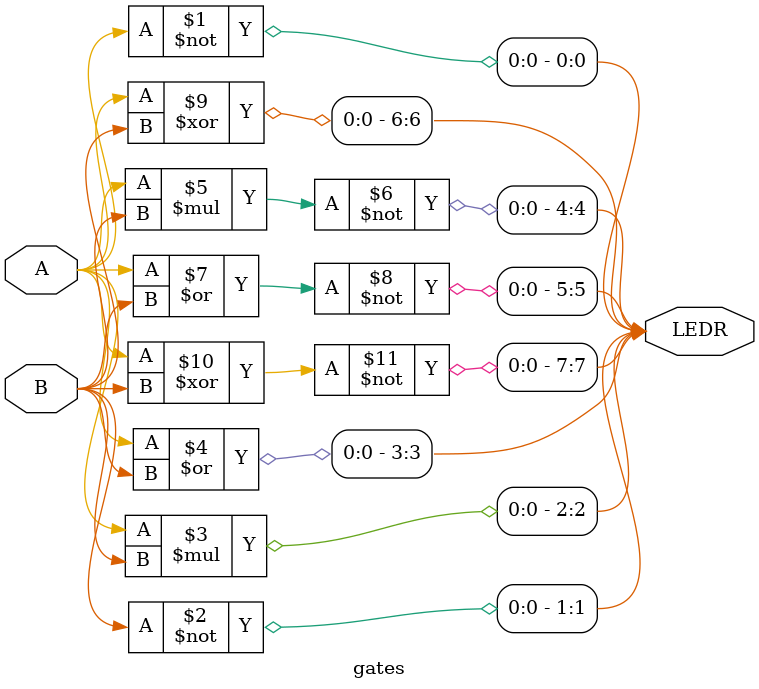
<source format=v>

/*
Operaciones básicas combinacionales

Entradas:
    A, B: Entradas de la operación.

Salidas:
    LEDR: Salidas de la operación.
*/
module gates (
    input A, B,
    output [7:0] LEDR
);

    assign LEDR[0] = ~A;
    assign LEDR[1] = ~B;
    assign LEDR[2] = A * B;
    assign LEDR[3] = A | B;
    assign LEDR[4] = ~(A * B);
    assign LEDR[5] = ~(A | B);
    assign LEDR[6] = A ^ B;
    assign LEDR[7] = ~(A ^ B);

endmodule

</source>
